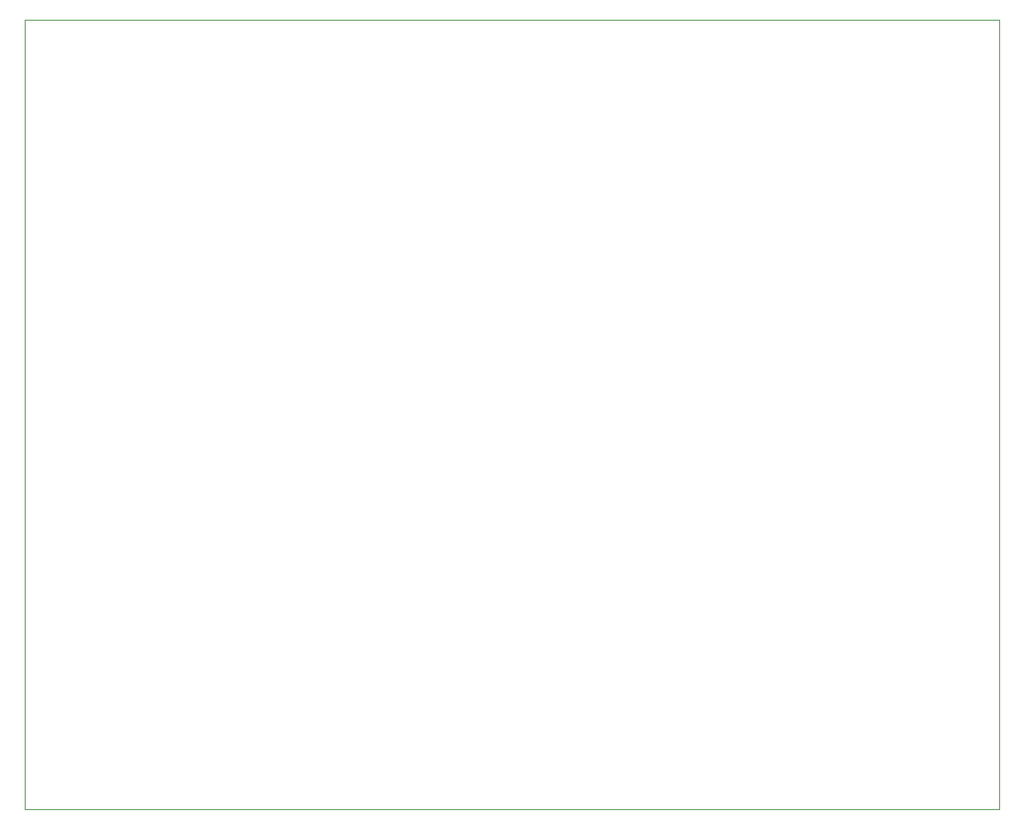
<source format=gm1>
G04 #@! TF.GenerationSoftware,KiCad,Pcbnew,5.1.10*
G04 #@! TF.CreationDate,2021-05-19T15:31:35-05:00*
G04 #@! TF.ProjectId,Multiboard,4d756c74-6962-46f6-9172-642e6b696361,rev?*
G04 #@! TF.SameCoordinates,Original*
G04 #@! TF.FileFunction,Profile,NP*
%FSLAX46Y46*%
G04 Gerber Fmt 4.6, Leading zero omitted, Abs format (unit mm)*
G04 Created by KiCad (PCBNEW 5.1.10) date 2021-05-19 15:31:35*
%MOMM*%
%LPD*%
G01*
G04 APERTURE LIST*
G04 #@! TA.AperFunction,Profile*
%ADD10C,0.050000*%
G04 #@! TD*
G04 APERTURE END LIST*
D10*
X210240000Y-55580000D02*
X110240000Y-55580000D01*
X110240000Y-55580000D02*
X110240000Y-136580000D01*
X110240000Y-136580000D02*
X210240000Y-136580000D01*
X210240000Y-136580000D02*
X210240000Y-55580000D01*
M02*

</source>
